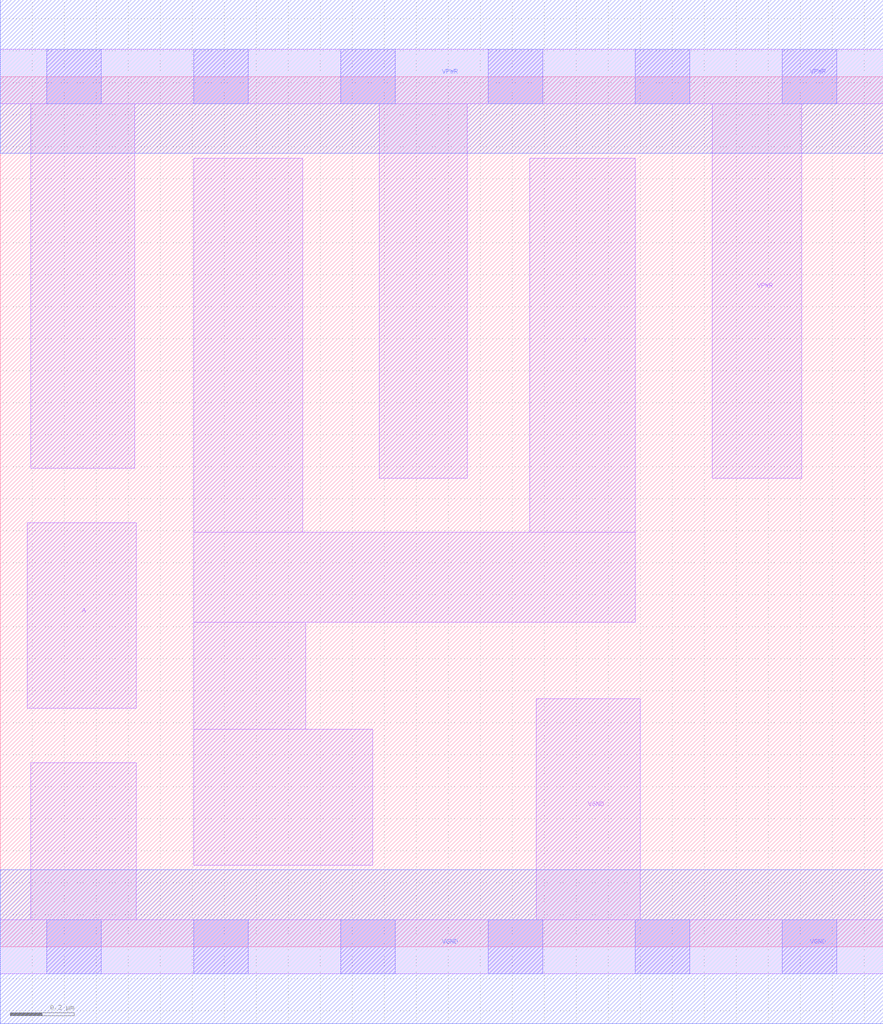
<source format=lef>
# Copyright 2020 The SkyWater PDK Authors
#
# Licensed under the Apache License, Version 2.0 (the "License");
# you may not use this file except in compliance with the License.
# You may obtain a copy of the License at
#
#     https://www.apache.org/licenses/LICENSE-2.0
#
# Unless required by applicable law or agreed to in writing, software
# distributed under the License is distributed on an "AS IS" BASIS,
# WITHOUT WARRANTIES OR CONDITIONS OF ANY KIND, either express or implied.
# See the License for the specific language governing permissions and
# limitations under the License.
#
# SPDX-License-Identifier: Apache-2.0

VERSION 5.7 ;
  NAMESCASESENSITIVE ON ;
  NOWIREEXTENSIONATPIN ON ;
  DIVIDERCHAR "/" ;
  BUSBITCHARS "[]" ;
UNITS
  DATABASE MICRONS 200 ;
END UNITS
PROPERTYDEFINITIONS
  MACRO maskLayoutSubType STRING ;
  MACRO prCellType STRING ;
  MACRO originalViewName STRING ;
END PROPERTYDEFINITIONS
MACRO sky130_fd_sc_hdll__clkinvlp_4
  CLASS CORE ;
  FOREIGN sky130_fd_sc_hdll__clkinvlp_4 ;
  ORIGIN  0.000000  0.000000 ;
  SIZE  2.760000 BY  2.720000 ;
  SYMMETRY X Y R90 ;
  SITE unithd ;
  PIN A
    ANTENNAGATEAREA  1.330000 ;
    DIRECTION INPUT ;
    USE SIGNAL ;
    PORT
      LAYER li1 ;
        RECT 0.085000 0.745000 0.425000 1.325000 ;
    END
  END A
  PIN Y
    ANTENNADIFFAREA  0.694000 ;
    DIRECTION OUTPUT ;
    USE SIGNAL ;
    PORT
      LAYER li1 ;
        RECT 0.605000 0.255000 1.165000 0.680000 ;
        RECT 0.605000 0.680000 0.955000 1.015000 ;
        RECT 0.605000 1.015000 1.985000 1.295000 ;
        RECT 0.605000 1.295000 0.945000 2.465000 ;
        RECT 1.655000 1.295000 1.985000 2.465000 ;
    END
  END Y
  PIN VGND
    DIRECTION INOUT ;
    USE GROUND ;
    PORT
      LAYER li1 ;
        RECT 0.000000 -0.085000 2.760000 0.085000 ;
        RECT 0.095000  0.085000 0.425000 0.575000 ;
        RECT 1.675000  0.085000 2.000000 0.775000 ;
      LAYER mcon ;
        RECT 0.145000 -0.085000 0.315000 0.085000 ;
        RECT 0.605000 -0.085000 0.775000 0.085000 ;
        RECT 1.065000 -0.085000 1.235000 0.085000 ;
        RECT 1.525000 -0.085000 1.695000 0.085000 ;
        RECT 1.985000 -0.085000 2.155000 0.085000 ;
        RECT 2.445000 -0.085000 2.615000 0.085000 ;
      LAYER met1 ;
        RECT 0.000000 -0.240000 2.760000 0.240000 ;
    END
  END VGND
  PIN VPWR
    DIRECTION INOUT ;
    USE POWER ;
    PORT
      LAYER li1 ;
        RECT 0.000000 2.635000 2.760000 2.805000 ;
        RECT 0.095000 1.495000 0.420000 2.635000 ;
        RECT 1.185000 1.465000 1.460000 2.635000 ;
        RECT 2.225000 1.465000 2.505000 2.635000 ;
      LAYER mcon ;
        RECT 0.145000 2.635000 0.315000 2.805000 ;
        RECT 0.605000 2.635000 0.775000 2.805000 ;
        RECT 1.065000 2.635000 1.235000 2.805000 ;
        RECT 1.525000 2.635000 1.695000 2.805000 ;
        RECT 1.985000 2.635000 2.155000 2.805000 ;
        RECT 2.445000 2.635000 2.615000 2.805000 ;
      LAYER met1 ;
        RECT 0.000000 2.480000 2.760000 2.960000 ;
    END
  END VPWR
  PROPERTY maskLayoutSubType "abstract" ;
  PROPERTY prCellType "standard" ;
  PROPERTY originalViewName "layout" ;
END sky130_fd_sc_hdll__clkinvlp_4

</source>
